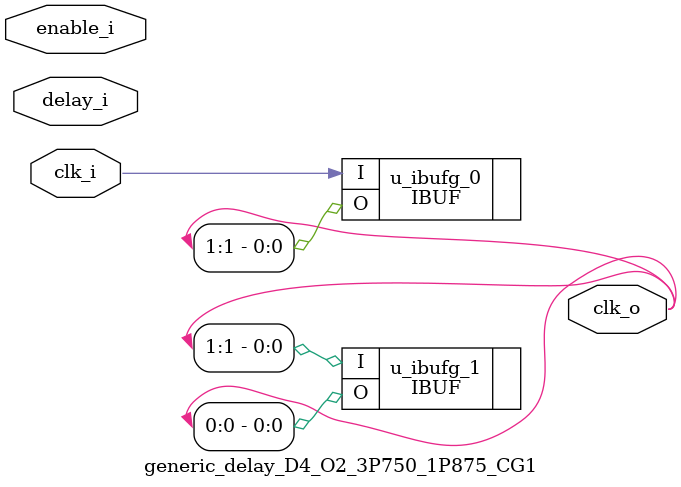
<source format=sv>


// Automatically generated
`timescale 1ps/1ps

(* no_ungroup *)
(* no_boundary_optimization *)
module generic_delay_D4_O2_3P750_1P875_CG1 (
  input  logic       clk_i,
  input  logic       enable_i,
  input  logic [4-1:0] delay_i,
  output logic [2-1:0] clk_o
);

  logic enable_latched;
  logic clk;
  
  IBUF #
    (
     .IBUF_LOW_PWR ("FALSE")
     ) u_ibufg_0
      (
       .I  (clk_i),
       .O  (clk_o[1])
       );  

  IBUF #
    (
     .IBUF_LOW_PWR ("FALSE")
     ) u_ibufg_1
      (
       .I  (clk_o[1]),
       .O  (clk_o[0])
       );  

endmodule


</source>
